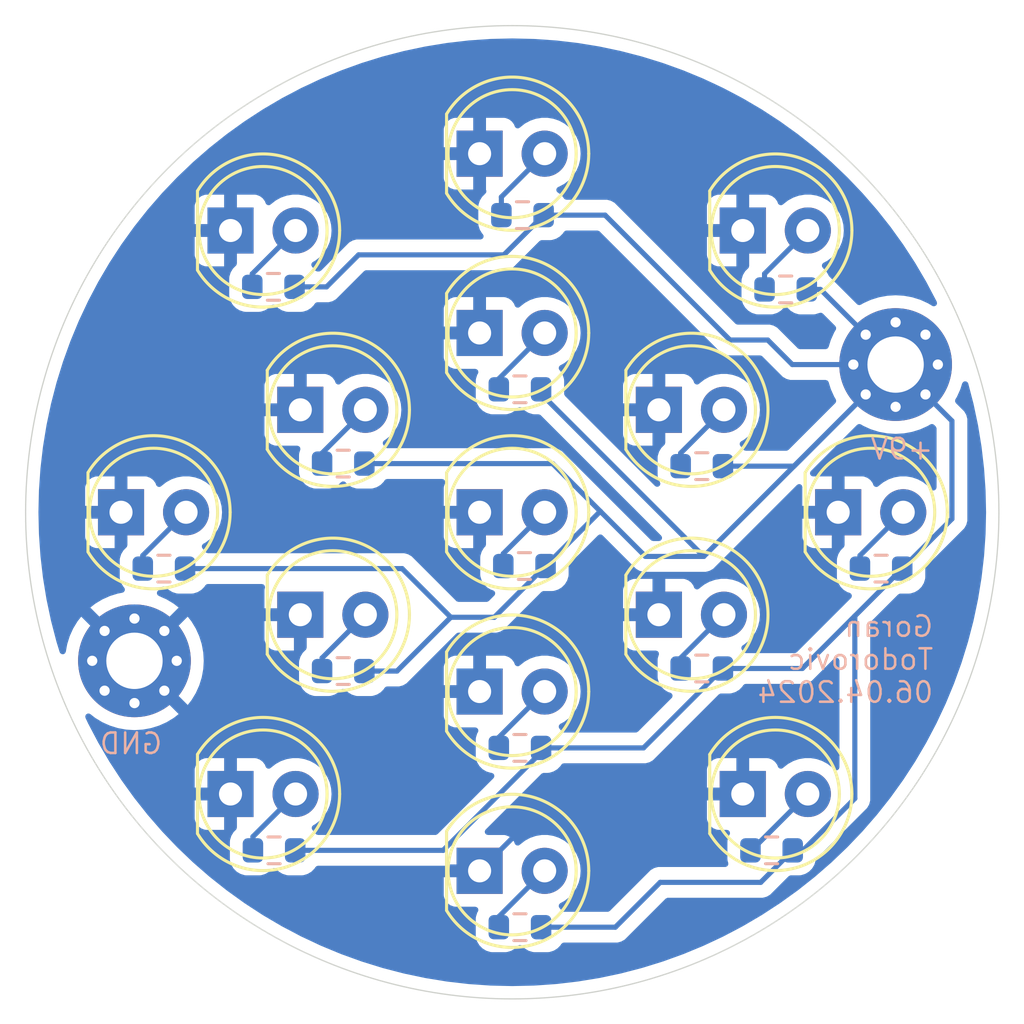
<source format=kicad_pcb>
(kicad_pcb (version 20240108) (generator "pcbnew") (generator_version "8.0")
  (layers (0 "F.Cu" signal) (31 "B.Cu" signal) (34 "B.Paste" user) (35 "F.Paste" user) (36 "B.SilkS" user "B.Silkscreen") (37 "F.SilkS" user "F.Silkscreen") (38 "B.Mask" user) (39 "F.Mask" user) (44 "Edge.Cuts" user))
  (net 0 "")
  (net 1 "GND")
  (net 2 "Net-(D1-A)")
  (net 3 "Net-(D2-A)")
  (net 4 "Net-(D3-A)")
  (net 5 "Net-(D4-A)")
  (net 6 "Net-(D5-A)")
  (net 7 "Net-(D6-A)")
  (net 8 "Net-(D7-A)")
  (net 9 "Net-(D8-A)")
  (net 10 "Net-(D9-A)")
  (net 11 "Net-(D10-A)")
  (net 12 "Net-(D11-A)")
  (net 13 "Net-(D12-A)")
  (net 14 "Net-(D13-A)")
  (net 15 "Net-(D14-A)")
  (net 16 "Net-(D15-A)")
  (net 17 "+9V")
  (footprint "LED_THT:LED_D5.0mm_Clear" (layer "F.Cu") (at 162.725 100)
    (property "Reference" "D13" (hide yes))
    (property "Value" "LED" (hide yes))
    (fp_line (start -1.29 -1.545) (end -1.29 1.545) (stroke (width 0.12)) (layer "F.SilkS"))
    (fp_arc (start -1.29 -1.54483) (mid 2.072002 -2.880433) (end 4.26 0.000462) (stroke (width 0.12)) (layer "F.SilkS"))
    (fp_arc (start 4.26 -0.000462) (mid 2.072002 2.880433) (end -1.29 1.54483) (stroke (width 0.12)) (layer "F.SilkS"))
    (fp_circle (center 1.27 0) (end 3.77 0) (stroke (width 0.12)) (fill none) (layer "F.SilkS"))
    (pad "1" thru_hole rect (at 0 0) (size 1.8 1.8) (drill 0.9) (layers "*.Cu" "*.Mask") (net 1 "GND"))
    (pad "2" thru_hole circle (at 2.54 0) (size 1.8 1.8) (drill 0.9) (layers "*.Cu" "*.Mask") (net 14 "Net-(D13-A)"))
  )
  (footprint "LED_THT:LED_D5.0mm_Clear" (layer "F.Cu") (at 134.725 100)
    (property "Reference" "D12" (hide yes))
    (property "Value" "LED" (hide yes))
    (fp_line (start -1.29 -1.545) (end -1.29 1.545) (stroke (width 0.12)) (layer "F.SilkS"))
    (fp_arc (start -1.29 -1.54483) (mid 2.072002 -2.880433) (end 4.26 0.000462) (stroke (width 0.12)) (layer "F.SilkS"))
    (fp_arc (start 4.26 -0.000462) (mid 2.072002 2.880433) (end -1.29 1.54483) (stroke (width 0.12)) (layer "F.SilkS"))
    (fp_circle (center 1.27 0) (end 3.77 0) (stroke (width 0.12)) (fill none) (layer "F.SilkS"))
    (pad "1" thru_hole rect (at 0 0) (size 1.8 1.8) (drill 0.9) (layers "*.Cu" "*.Mask") (net 1 "GND"))
    (pad "2" thru_hole circle (at 2.54 0) (size 1.8 1.8) (drill 0.9) (layers "*.Cu" "*.Mask") (net 13 "Net-(D12-A)"))
  )
  (footprint "LED_THT:LED_D5.0mm_Clear" (layer "F.Cu") (at 155.725 104)
    (property "Reference" "D9" (hide yes))
    (property "Value" "LED" (hide yes))
    (fp_line (start -1.29 -1.545) (end -1.29 1.545) (stroke (width 0.12)) (layer "F.SilkS"))
    (fp_arc (start -1.29 -1.54483) (mid 2.072002 -2.880433) (end 4.26 0.000462) (stroke (width 0.12)) (layer "F.SilkS"))
    (fp_arc (start 4.26 -0.000462) (mid 2.072002 2.880433) (end -1.29 1.54483) (stroke (width 0.12)) (layer "F.SilkS"))
    (fp_circle (center 1.27 0) (end 3.77 0) (stroke (width 0.12)) (fill none) (layer "F.SilkS"))
    (pad "1" thru_hole rect (at 0 0) (size 1.8 1.8) (drill 0.9) (layers "*.Cu" "*.Mask") (net 1 "GND"))
    (pad "2" thru_hole circle (at 2.54 0) (size 1.8 1.8) (drill 0.9) (layers "*.Cu" "*.Mask") (net 10 "Net-(D9-A)"))
  )
  (footprint "LED_THT:LED_D5.0mm_Clear" (layer "F.Cu") (at 139 111)
    (property "Reference" "D14" (hide yes))
    (property "Value" "LED" (hide yes))
    (fp_line (start -1.29 -1.545) (end -1.29 1.545) (stroke (width 0.12)) (layer "F.SilkS"))
    (fp_arc (start -1.29 -1.54483) (mid 2.072002 -2.880433) (end 4.26 0.000462) (stroke (width 0.12)) (layer "F.SilkS"))
    (fp_arc (start 4.26 -0.000462) (mid 2.072002 2.880433) (end -1.29 1.54483) (stroke (width 0.12)) (layer "F.SilkS"))
    (fp_circle (center 1.27 0) (end 3.77 0) (stroke (width 0.12)) (fill none) (layer "F.SilkS"))
    (pad "1" thru_hole rect (at 0 0) (size 1.8 1.8) (drill 0.9) (layers "*.Cu" "*.Mask") (net 1 "GND"))
    (pad "2" thru_hole circle (at 2.54 0) (size 1.8 1.8) (drill 0.9) (layers "*.Cu" "*.Mask") (net 15 "Net-(D14-A)"))
  )
  (footprint "LED_THT:LED_D5.0mm_Clear" (layer "F.Cu") (at 148.725 100)
    (property "Reference" "D1" (hide yes))
    (property "Value" "LED" (hide yes))
    (fp_line (start -1.29 -1.545) (end -1.29 1.545) (stroke (width 0.12)) (layer "F.SilkS"))
    (fp_arc (start -1.29 -1.54483) (mid 2.072002 -2.880433) (end 4.26 0.000462) (stroke (width 0.12)) (layer "F.SilkS"))
    (fp_arc (start 4.26 -0.000462) (mid 2.072002 2.880433) (end -1.29 1.54483) (stroke (width 0.12)) (layer "F.SilkS"))
    (fp_circle (center 1.27 0) (end 3.77 0) (stroke (width 0.12)) (fill none) (layer "F.SilkS"))
    (pad "1" thru_hole rect (at 0 0) (size 1.8 1.8) (drill 0.9) (layers "*.Cu" "*.Mask") (net 1 "GND"))
    (pad "2" thru_hole circle (at 2.54 0) (size 1.8 1.8) (drill 0.9) (layers "*.Cu" "*.Mask") (net 2 "Net-(D1-A)"))
  )
  (footprint "LED_THT:LED_D5.0mm_Clear" (layer "F.Cu") (at 139 89)
    (property "Reference" "D10" (hide yes))
    (property "Value" "LED" (hide yes))
    (fp_line (start -1.29 -1.545) (end -1.29 1.545) (stroke (width 0.12)) (layer "F.SilkS"))
    (fp_arc (start -1.29 -1.54483) (mid 2.072002 -2.880433) (end 4.26 0.000462) (stroke (width 0.12)) (layer "F.SilkS"))
    (fp_arc (start 4.26 -0.000462) (mid 2.072002 2.880433) (end -1.29 1.54483) (stroke (width 0.12)) (layer "F.SilkS"))
    (fp_circle (center 1.27 0) (end 3.77 0) (stroke (width 0.12)) (fill none) (layer "F.SilkS"))
    (pad "1" thru_hole rect (at 0 0) (size 1.8 1.8) (drill 0.9) (layers "*.Cu" "*.Mask") (net 1 "GND"))
    (pad "2" thru_hole circle (at 2.54 0) (size 1.8 1.8) (drill 0.9) (layers "*.Cu" "*.Mask") (net 11 "Net-(D10-A)"))
  )
  (footprint "LED_THT:LED_D5.0mm_Clear" (layer "F.Cu") (at 148.725 93)
    (property "Reference" "D2" (hide yes))
    (property "Value" "LED" (hide yes))
    (fp_line (start -1.29 -1.545) (end -1.29 1.545) (stroke (width 0.12)) (layer "F.SilkS"))
    (fp_arc (start -1.29 -1.54483) (mid 2.072002 -2.880433) (end 4.26 0.000462) (stroke (width 0.12)) (layer "F.SilkS"))
    (fp_arc (start 4.26 -0.000462) (mid 2.072002 2.880433) (end -1.29 1.54483) (stroke (width 0.12)) (layer "F.SilkS"))
    (fp_circle (center 1.27 0) (end 3.77 0) (stroke (width 0.12)) (fill none) (layer "F.SilkS"))
    (pad "1" thru_hole rect (at 0 0) (size 1.8 1.8) (drill 0.9) (layers "*.Cu" "*.Mask") (net 1 "GND"))
    (pad "2" thru_hole circle (at 2.54 0) (size 1.8 1.8) (drill 0.9) (layers "*.Cu" "*.Mask") (net 3 "Net-(D2-A)"))
  )
  (footprint "MountingHole:MountingHole_2.2mm_M2_Pad_Via" (layer "F.Cu") (at 164.966726 94.233274)
    (property "Reference" "H1")
    (property "Value" "MountingHole_Pad" (hide yes))
    (pad "1" thru_hole circle (at -1.65 0) (size 0.7 0.7) (drill 0.4) (layers "*.Cu" "*.Mask") (net 17 "+9V"))
    (pad "1" thru_hole circle (at -1.166726 -1.166726) (size 0.7 0.7) (drill 0.4) (layers "*.Cu" "*.Mask") (net 17 "+9V"))
    (pad "1" thru_hole circle (at -1.166726 1.166726) (size 0.7 0.7) (drill 0.4) (layers "*.Cu" "*.Mask") (net 17 "+9V"))
    (pad "1" thru_hole circle (at 0 -1.65) (size 0.7 0.7) (drill 0.4) (layers "*.Cu" "*.Mask") (net 17 "+9V"))
    (pad "1" thru_hole circle (at 0 0) (size 4.4 4.4) (drill 2.2) (layers "*.Cu" "*.Mask") (net 17 "+9V"))
    (pad "1" thru_hole circle (at 0 1.65) (size 0.7 0.7) (drill 0.4) (layers "*.Cu" "*.Mask") (net 17 "+9V"))
    (pad "1" thru_hole circle (at 1.166726 -1.166726) (size 0.7 0.7) (drill 0.4) (layers "*.Cu" "*.Mask") (net 17 "+9V"))
    (pad "1" thru_hole circle (at 1.166726 1.166726) (size 0.7 0.7) (drill 0.4) (layers "*.Cu" "*.Mask") (net 17 "+9V"))
    (pad "1" thru_hole circle (at 1.65 0) (size 0.7 0.7) (drill 0.4) (layers "*.Cu" "*.Mask") (net 17 "+9V"))
  )
  (footprint "LED_THT:LED_D5.0mm_Clear" (layer "F.Cu") (at 159 111)
    (property "Reference" "D15" (hide yes))
    (property "Value" "LED" (hide yes))
    (fp_line (start -1.29 -1.545) (end -1.29 1.545) (stroke (width 0.12)) (layer "F.SilkS"))
    (fp_arc (start -1.29 -1.54483) (mid 2.072002 -2.880433) (end 4.26 0.000462) (stroke (width 0.12)) (layer "F.SilkS"))
    (fp_arc (start 4.26 -0.000462) (mid 2.072002 2.880433) (end -1.29 1.54483) (stroke (width 0.12)) (layer "F.SilkS"))
    (fp_circle (center 1.27 0) (end 3.77 0) (stroke (width 0.12)) (fill none) (layer "F.SilkS"))
    (pad "1" thru_hole rect (at 0 0) (size 1.8 1.8) (drill 0.9) (layers "*.Cu" "*.Mask") (net 1 "GND"))
    (pad "2" thru_hole circle (at 2.54 0) (size 1.8 1.8) (drill 0.9) (layers "*.Cu" "*.Mask") (net 16 "Net-(D15-A)"))
  )
  (footprint "LED_THT:LED_D5.0mm_Clear" (layer "F.Cu") (at 148.725 107)
    (property "Reference" "D4" (hide yes))
    (property "Value" "LED" (hide yes))
    (fp_line (start -1.29 -1.545) (end -1.29 1.545) (stroke (width 0.12)) (layer "F.SilkS"))
    (fp_arc (start -1.29 -1.54483) (mid 2.072002 -2.880433) (end 4.26 0.000462) (stroke (width 0.12)) (layer "F.SilkS"))
    (fp_arc (start 4.26 -0.000462) (mid 2.072002 2.880433) (end -1.29 1.54483) (stroke (width 0.12)) (layer "F.SilkS"))
    (fp_circle (center 1.27 0) (end 3.77 0) (stroke (width 0.12)) (fill none) (layer "F.SilkS"))
    (pad "1" thru_hole rect (at 0 0) (size 1.8 1.8) (drill 0.9) (layers "*.Cu" "*.Mask") (net 1 "GND"))
    (pad "2" thru_hole circle (at 2.54 0) (size 1.8 1.8) (drill 0.9) (layers "*.Cu" "*.Mask") (net 5 "Net-(D4-A)"))
  )
  (footprint "LED_THT:LED_D5.0mm_Clear" (layer "F.Cu") (at 148.725 86)
    (property "Reference" "D3" (hide yes))
    (property "Value" "LED" (hide yes))
    (fp_line (start -1.29 -1.545) (end -1.29 1.545) (stroke (width 0.12)) (layer "F.SilkS"))
    (fp_arc (start -1.29 -1.54483) (mid 2.072002 -2.880433) (end 4.26 0.000462) (stroke (width 0.12)) (layer "F.SilkS"))
    (fp_arc (start 4.26 -0.000462) (mid 2.072002 2.880433) (end -1.29 1.54483) (stroke (width 0.12)) (layer "F.SilkS"))
    (fp_circle (center 1.27 0) (end 3.77 0) (stroke (width 0.12)) (fill none) (layer "F.SilkS"))
    (pad "1" thru_hole rect (at 0 0) (size 1.8 1.8) (drill 0.9) (layers "*.Cu" "*.Mask") (net 1 "GND"))
    (pad "2" thru_hole circle (at 2.54 0) (size 1.8 1.8) (drill 0.9) (layers "*.Cu" "*.Mask") (net 4 "Net-(D3-A)"))
  )
  (footprint "LED_THT:LED_D5.0mm_Clear" (layer "F.Cu") (at 155.725 96)
    (property "Reference" "D7" (hide yes))
    (property "Value" "LED" (hide yes))
    (fp_line (start -1.29 -1.545) (end -1.29 1.545) (stroke (width 0.12)) (layer "F.SilkS"))
    (fp_arc (start -1.29 -1.54483) (mid 2.072002 -2.880433) (end 4.26 0.000462) (stroke (width 0.12)) (layer "F.SilkS"))
    (fp_arc (start 4.26 -0.000462) (mid 2.072002 2.880433) (end -1.29 1.54483) (stroke (width 0.12)) (layer "F.SilkS"))
    (fp_circle (center 1.27 0) (end 3.77 0) (stroke (width 0.12)) (fill none) (layer "F.SilkS"))
    (pad "1" thru_hole rect (at 0 0) (size 1.8 1.8) (drill 0.9) (layers "*.Cu" "*.Mask") (net 1 "GND"))
    (pad "2" thru_hole circle (at 2.54 0) (size 1.8 1.8) (drill 0.9) (layers "*.Cu" "*.Mask") (net 8 "Net-(D7-A)"))
  )
  (footprint "LED_THT:LED_D5.0mm_Clear" (layer "F.Cu") (at 148.725 114)
    (property "Reference" "D5" (hide yes))
    (property "Value" "LED" (hide yes))
    (fp_line (start -1.29 -1.545) (end -1.29 1.545) (stroke (width 0.12)) (layer "F.SilkS"))
    (fp_arc (start -1.29 -1.54483) (mid 2.072002 -2.880433) (end 4.26 0.000462) (stroke (width 0.12)) (layer "F.SilkS"))
    (fp_arc (start 4.26 -0.000462) (mid 2.072002 2.880433) (end -1.29 1.54483) (stroke (width 0.12)) (layer "F.SilkS"))
    (fp_circle (center 1.27 0) (end 3.77 0) (stroke (width 0.12)) (fill none) (layer "F.SilkS"))
    (pad "1" thru_hole rect (at 0 0) (size 1.8 1.8) (drill 0.9) (layers "*.Cu" "*.Mask") (net 1 "GND"))
    (pad "2" thru_hole circle (at 2.54 0) (size 1.8 1.8) (drill 0.9) (layers "*.Cu" "*.Mask") (net 6 "Net-(D5-A)"))
  )
  (footprint "LED_THT:LED_D5.0mm_Clear" (layer "F.Cu") (at 141.725 96)
    (property "Reference" "D6" (hide yes))
    (property "Value" "LED" (hide yes))
    (fp_line (start -1.29 -1.545) (end -1.29 1.545) (stroke (width 0.12)) (layer "F.SilkS"))
    (fp_arc (start -1.29 -1.54483) (mid 2.072002 -2.880433) (end 4.26 0.000462) (stroke (width 0.12)) (layer "F.SilkS"))
    (fp_arc (start 4.26 -0.000462) (mid 2.072002 2.880433) (end -1.29 1.54483) (stroke (width 0.12)) (layer "F.SilkS"))
    (fp_circle (center 1.27 0) (end 3.77 0) (stroke (width 0.12)) (fill none) (layer "F.SilkS"))
    (pad "1" thru_hole rect (at 0 0) (size 1.8 1.8) (drill 0.9) (layers "*.Cu" "*.Mask") (net 1 "GND"))
    (pad "2" thru_hole circle (at 2.54 0) (size 1.8 1.8) (drill 0.9) (layers "*.Cu" "*.Mask") (net 7 "Net-(D6-A)"))
  )
  (footprint "LED_THT:LED_D5.0mm_Clear" (layer "F.Cu") (at 159 89)
    (property "Reference" "D11" (hide yes))
    (property "Value" "LED" (hide yes))
    (fp_line (start -1.29 -1.545) (end -1.29 1.545) (stroke (width 0.12)) (layer "F.SilkS"))
    (fp_arc (start -1.29 -1.54483) (mid 2.072002 -2.880433) (end 4.26 0.000462) (stroke (width 0.12)) (layer "F.SilkS"))
    (fp_arc (start 4.26 -0.000462) (mid 2.072002 2.880433) (end -1.29 1.54483) (stroke (width 0.12)) (layer "F.SilkS"))
    (fp_circle (center 1.27 0) (end 3.77 0) (stroke (width 0.12)) (fill none) (layer "F.SilkS"))
    (pad "1" thru_hole rect (at 0 0) (size 1.8 1.8) (drill 0.9) (layers "*.Cu" "*.Mask") (net 1 "GND"))
    (pad "2" thru_hole circle (at 2.54 0) (size 1.8 1.8) (drill 0.9) (layers "*.Cu" "*.Mask") (net 12 "Net-(D11-A)"))
  )
  (footprint "LED_THT:LED_D5.0mm_Clear" (layer "F.Cu") (at 141.725 104)
    (property "Reference" "D8" (hide yes))
    (property "Value" "LED" (hide yes))
    (fp_line (start -1.29 -1.545) (end -1.29 1.545) (stroke (width 0.12)) (layer "F.SilkS"))
    (fp_arc (start -1.29 -1.54483) (mid 2.072002 -2.880433) (end 4.26 0.000462) (stroke (width 0.12)) (layer "F.SilkS"))
    (fp_arc (start 4.26 -0.000462) (mid 2.072002 2.880433) (end -1.29 1.54483) (stroke (width 0.12)) (layer "F.SilkS"))
    (fp_circle (center 1.27 0) (end 3.77 0) (stroke (width 0.12)) (fill none) (layer "F.SilkS"))
    (pad "1" thru_hole rect (at 0 0) (size 1.8 1.8) (drill 0.9) (layers "*.Cu" "*.Mask") (net 1 "GND"))
    (pad "2" thru_hole circle (at 2.54 0) (size 1.8 1.8) (drill 0.9) (layers "*.Cu" "*.Mask") (net 9 "Net-(D8-A)"))
  )
  (footprint "MountingHole:MountingHole_2.2mm_M2_Pad_Via" (layer "F.Cu") (at 135.25 105.8)
    (property "Reference" "H2")
    (property "Value" "MountingHole_Pad" (hide yes))
    (pad "1" thru_hole circle (at -1.65 0) (size 0.7 0.7) (drill 0.4) (layers "*.Cu" "*.Mask") (net 1 "GND"))
    (pad "1" thru_hole circle (at -1.166726 -1.166726) (size 0.7 0.7) (drill 0.4) (layers "*.Cu" "*.Mask") (net 1 "GND"))
    (pad "1" thru_hole circle (at -1.166726 1.166726) (size 0.7 0.7) (drill 0.4) (layers "*.Cu" "*.Mask") (net 1 "GND"))
    (pad "1" thru_hole circle (at 0 -1.65) (size 0.7 0.7) (drill 0.4) (layers "*.Cu" "*.Mask") (net 1 "GND"))
    (pad "1" thru_hole circle (at 0 0) (size 4.4 4.4) (drill 2.2) (layers "*.Cu" "*.Mask") (net 1 "GND"))
    (pad "1" thru_hole circle (at 0 1.65) (size 0.7 0.7) (drill 0.4) (layers "*.Cu" "*.Mask") (net 1 "GND"))
    (pad "1" thru_hole circle (at 1.166726 -1.166726) (size 0.7 0.7) (drill 0.4) (layers "*.Cu" "*.Mask") (net 1 "GND"))
    (pad "1" thru_hole circle (at 1.166726 1.166726) (size 0.7 0.7) (drill 0.4) (layers "*.Cu" "*.Mask") (net 1 "GND"))
    (pad "1" thru_hole circle (at 1.65 0) (size 0.7 0.7) (drill 0.4) (layers "*.Cu" "*.Mask") (net 1 "GND"))
  )
  (footprint "Resistor_SMD:R_0603_1608Metric" (layer "B.Cu") (at 150.4 88.4 180)
    (property "Reference" "R3" (hide yes))
    (property "Value" "1k5" (hide yes))
    (fp_line (start 0.237258 0.5225) (end -0.237258 0.5225) (stroke (width 0.12)) (layer "B.SilkS"))
    (fp_line (start 0.237258 -0.5225) (end -0.237258 -0.5225) (stroke (width 0.12)) (layer "B.SilkS"))
    (pad "1" smd roundrect (at -0.825 0 180) (size 0.8 0.95) (layers "B.Cu" "B.Paste" "B.Mask") (net 17 "+9V"))
    (pad "2" smd roundrect (at 0.825 0 180) (size 0.8 0.95) (layers "B.Cu" "B.Paste" "B.Mask") (net 4 "Net-(D3-A)"))
  )
  (footprint "Resistor_SMD:R_0603_1608Metric" (layer "B.Cu") (at 140.7 113.2 180)
    (property "Reference" "R14" (hide yes))
    (property "Value" "1k5" (hide yes))
    (fp_line (start 0.237258 0.5225) (end -0.237258 0.5225) (stroke (width 0.12)) (layer "B.SilkS"))
    (fp_line (start 0.237258 -0.5225) (end -0.237258 -0.5225) (stroke (width 0.12)) (layer "B.SilkS"))
    (pad "1" smd roundrect (at -0.825 0 180) (size 0.8 0.95) (layers "B.Cu" "B.Paste" "B.Mask") (net 17 "+9V"))
    (pad "2" smd roundrect (at 0.825 0 180) (size 0.8 0.95) (layers "B.Cu" "B.Paste" "B.Mask") (net 15 "Net-(D14-A)"))
  )
  (footprint "Resistor_SMD:R_0603_1608Metric" (layer "B.Cu") (at 143.4 106.2 180)
    (property "Reference" "R8" (hide yes))
    (property "Value" "1k5" (hide yes))
    (fp_line (start 0.237258 0.5225) (end -0.237258 0.5225) (stroke (width 0.12)) (layer "B.SilkS"))
    (fp_line (start 0.237258 -0.5225) (end -0.237258 -0.5225) (stroke (width 0.12)) (layer "B.SilkS"))
    (pad "1" smd roundrect (at -0.825 0 180) (size 0.8 0.95) (layers "B.Cu" "B.Paste" "B.Mask") (net 17 "+9V"))
    (pad "2" smd roundrect (at 0.825 0 180) (size 0.8 0.95) (layers "B.Cu" "B.Paste" "B.Mask") (net 9 "Net-(D8-A)"))
  )
  (footprint "Resistor_SMD:R_0603_1608Metric" (layer "B.Cu") (at 140.675 91.2 180)
    (property "Reference" "R10" (hide yes))
    (property "Value" "1k5" (hide yes))
    (fp_line (start 0.237258 0.5225) (end -0.237258 0.5225) (stroke (width 0.12)) (layer "B.SilkS"))
    (fp_line (start 0.237258 -0.5225) (end -0.237258 -0.5225) (stroke (width 0.12)) (layer "B.SilkS"))
    (pad "1" smd roundrect (at -0.825 0 180) (size 0.8 0.95) (layers "B.Cu" "B.Paste" "B.Mask") (net 17 "+9V"))
    (pad "2" smd roundrect (at 0.825 0 180) (size 0.8 0.95) (layers "B.Cu" "B.Paste" "B.Mask") (net 11 "Net-(D10-A)"))
  )
  (footprint "Resistor_SMD:R_0603_1608Metric" (layer "B.Cu") (at 143.4 98.1 180)
    (property "Reference" "R6" (hide yes))
    (property "Value" "1k5" (hide yes))
    (fp_line (start 0.237258 0.5225) (end -0.237258 0.5225) (stroke (width 0.12)) (layer "B.SilkS"))
    (fp_line (start 0.237258 -0.5225) (end -0.237258 -0.5225) (stroke (width 0.12)) (layer "B.SilkS"))
    (pad "1" smd roundrect (at -0.825 0 180) (size 0.8 0.95) (layers "B.Cu" "B.Paste" "B.Mask") (net 17 "+9V"))
    (pad "2" smd roundrect (at 0.825 0 180) (size 0.8 0.95) (layers "B.Cu" "B.Paste" "B.Mask") (net 7 "Net-(D6-A)"))
  )
  (footprint "Resistor_SMD:R_0603_1608Metric" (layer "B.Cu") (at 150.475 102.1 180)
    (property "Reference" "R1" (hide yes))
    (property "Value" "1k5" (hide yes))
    (fp_line (start 0.237258 0.5225) (end -0.237258 0.5225) (stroke (width 0.12)) (layer "B.SilkS"))
    (fp_line (start 0.237258 -0.5225) (end -0.237258 -0.5225) (stroke (width 0.12)) (layer "B.SilkS"))
    (pad "1" smd roundrect (at -0.825 0 180) (size 0.8 0.95) (layers "B.Cu" "B.Paste" "B.Mask") (net 17 "+9V"))
    (pad "2" smd roundrect (at 0.825 0 180) (size 0.8 0.95) (layers "B.Cu" "B.Paste" "B.Mask") (net 2 "Net-(D1-A)"))
  )
  (footprint "Resistor_SMD:R_0603_1608Metric" (layer "B.Cu") (at 157.4 98.2 180)
    (property "Reference" "R7" (hide yes))
    (property "Value" "1k5" (hide yes))
    (fp_line (start 0.237258 0.5225) (end -0.237258 0.5225) (stroke (width 0.12)) (layer "B.SilkS"))
    (fp_line (start 0.237258 -0.5225) (end -0.237258 -0.5225) (stroke (width 0.12)) (layer "B.SilkS"))
    (pad "1" smd roundrect (at -0.825 0 180) (size 0.8 0.95) (layers "B.Cu" "B.Paste" "B.Mask") (net 17 "+9V"))
    (pad "2" smd roundrect (at 0.825 0 180) (size 0.8 0.95) (layers "B.Cu" "B.Paste" "B.Mask") (net 8 "Net-(D7-A)"))
  )
  (footprint "Resistor_SMD:R_0603_1608Metric" (layer "B.Cu") (at 160.125 113.2 180)
    (property "Reference" "R15" (hide yes))
    (property "Value" "1k5" (hide yes))
    (fp_line (start 0.237258 0.5225) (end -0.237258 0.5225) (stroke (width 0.12)) (layer "B.SilkS"))
    (fp_line (start 0.237258 -0.5225) (end -0.237258 -0.5225) (stroke (width 0.12)) (layer "B.SilkS"))
    (pad "1" smd roundrect (at -0.825 0 180) (size 0.8 0.95) (layers "B.Cu" "B.Paste" "B.Mask") (net 17 "+9V"))
    (pad "2" smd roundrect (at 0.825 0 180) (size 0.8 0.95) (layers "B.Cu" "B.Paste" "B.Mask") (net 16 "Net-(D15-A)"))
  )
  (footprint "Resistor_SMD:R_0603_1608Metric" (layer "B.Cu") (at 150.3 95.2 180)
    (property "Reference" "R2" (hide yes))
    (property "Value" "1k5" (hide yes))
    (fp_line (start 0.237258 0.5225) (end -0.237258 0.5225) (stroke (width 0.12)) (layer "B.SilkS"))
    (fp_line (start 0.237258 -0.5225) (end -0.237258 -0.5225) (stroke (width 0.12)) (layer "B.SilkS"))
    (pad "1" smd roundrect (at -0.825 0 180) (size 0.8 0.95) (layers "B.Cu" "B.Paste" "B.Mask") (net 17 "+9V"))
    (pad "2" smd roundrect (at 0.825 0 180) (size 0.8 0.95) (layers "B.Cu" "B.Paste" "B.Mask") (net 3 "Net-(D2-A)"))
  )
  (footprint "Resistor_SMD:R_0603_1608Metric" (layer "B.Cu") (at 157.4 106.1 180)
    (property "Reference" "R9" (hide yes))
    (property "Value" "1k5" (hide yes))
    (fp_line (start 0.237258 0.5225) (end -0.237258 0.5225) (stroke (width 0.12)) (layer "B.SilkS"))
    (fp_line (start 0.237258 -0.5225) (end -0.237258 -0.5225) (stroke (width 0.12)) (layer "B.SilkS"))
    (pad "1" smd roundrect (at -0.825 0 180) (size 0.8 0.95) (layers "B.Cu" "B.Paste" "B.Mask") (net 17 "+9V"))
    (pad "2" smd roundrect (at 0.825 0 180) (size 0.8 0.95) (layers "B.Cu" "B.Paste" "B.Mask") (net 10 "Net-(D9-A)"))
  )
  (footprint "Resistor_SMD:R_0603_1608Metric" (layer "B.Cu") (at 164.4 102.2 180)
    (property "Reference" "R13" (hide yes))
    (property "Value" "1k5" (hide yes))
    (fp_line (start 0.237258 0.5225) (end -0.237258 0.5225) (stroke (width 0.12)) (layer "B.SilkS"))
    (fp_line (start 0.237258 -0.5225) (end -0.237258 -0.5225) (stroke (width 0.12)) (layer "B.SilkS"))
    (pad "1" smd roundrect (at -0.825 0 180) (size 0.8 0.95) (layers "B.Cu" "B.Paste" "B.Mask") (net 17 "+9V"))
    (pad "2" smd roundrect (at 0.825 0 180) (size 0.8 0.95) (layers "B.Cu" "B.Paste" "B.Mask") (net 14 "Net-(D13-A)"))
  )
  (footprint "Resistor_SMD:R_0603_1608Metric" (layer "B.Cu") (at 160.675 91.3 180)
    (property "Reference" "R11" (hide yes))
    (property "Value" "1k5" (hide yes))
    (fp_line (start 0.237258 0.5225) (end -0.237258 0.5225) (stroke (width 0.12)) (layer "B.SilkS"))
    (fp_line (start 0.237258 -0.5225) (end -0.237258 -0.5225) (stroke (width 0.12)) (layer "B.SilkS"))
    (pad "1" smd roundrect (at -0.825 0 180) (size 0.8 0.95) (layers "B.Cu" "B.Paste" "B.Mask") (net 17 "+9V"))
    (pad "2" smd roundrect (at 0.825 0 180) (size 0.8 0.95) (layers "B.Cu" "B.Paste" "B.Mask") (net 12 "Net-(D11-A)"))
  )
  (footprint "Resistor_SMD:R_0603_1608Metric" (layer "B.Cu") (at 150.3 109.2 180)
    (property "Reference" "R4" (hide yes))
    (property "Value" "1k5" (hide yes))
    (fp_line (start 0.237258 0.5225) (end -0.237258 0.5225) (stroke (width 0.12)) (layer "B.SilkS"))
    (fp_line (start 0.237258 -0.5225) (end -0.237258 -0.5225) (stroke (width 0.12)) (layer "B.SilkS"))
    (pad "1" smd roundrect (at -0.825 0 180) (size 0.8 0.95) (layers "B.Cu" "B.Paste" "B.Mask") (net 17 "+9V"))
    (pad "2" smd roundrect (at 0.825 0 180) (size 0.8 0.95) (layers "B.Cu" "B.Paste" "B.Mask") (net 5 "Net-(D4-A)"))
  )
  (footprint "Resistor_SMD:R_0603_1608Metric" (layer "B.Cu") (at 150.3 116.2 180)
    (property "Reference" "R5" (hide yes))
    (property "Value" "1k5" (hide yes))
    (fp_line (start 0.237258 0.5225) (end -0.237258 0.5225) (stroke (width 0.12)) (layer "B.SilkS"))
    (fp_line (start 0.237258 -0.5225) (end -0.237258 -0.5225) (stroke (width 0.12)) (layer "B.SilkS"))
    (pad "1" smd roundrect (at -0.825 0 180) (size 0.8 0.95) (layers "B.Cu" "B.Paste" "B.Mask") (net 17 "+9V"))
    (pad "2" smd roundrect (at 0.825 0 180) (size 0.8 0.95) (layers "B.Cu" "B.Paste" "B.Mask") (net 6 "Net-(D5-A)"))
  )
  (footprint "Resistor_SMD:R_0603_1608Metric" (layer "B.Cu") (at 136.4 102.2 180)
    (property "Reference" "R12" (hide yes))
    (property "Value" "1k5" (hide yes))
    (fp_line (start 0.237258 0.5225) (end -0.237258 0.5225) (stroke (width 0.12)) (layer "B.SilkS"))
    (fp_line (start 0.237258 -0.5225) (end -0.237258 -0.5225) (stroke (width 0.12)) (layer "B.SilkS"))
    (pad "1" smd roundrect (at -0.825 0 180) (size 0.8 0.95) (layers "B.Cu" "B.Paste" "B.Mask") (net 17 "+9V"))
    (pad "2" smd roundrect (at 0.825 0 180) (size 0.8 0.95) (layers "B.Cu" "B.Paste" "B.Mask") (net 13 "Net-(D12-A)"))
  )
  (gr_circle (center 150 100) (end 150 119) (stroke (width 0.05)) (fill none) (layer "Edge.Cuts"))
  (gr_text "Goran\nTodorovic\n06.04.2024" (at 166.5 107.5 0) (layer "B.SilkS") (effects (font (size 0.8 0.8) (thickness 0.1)) (justify left bottom mirror)))
  (gr_text "+9V" (at 166.5 98 0) (layer "B.SilkS") (effects (font (size 0.8 0.8) (thickness 0.1)) (justify left bottom mirror)))
  (gr_text "GND" (at 136.4 109.5 0) (layer "B.SilkS") (effects (font (size 0.8 0.8) (thickness 0.1)) (justify left bottom mirror)))
  (segment (start 148.725 114) (end 151.725 111) (width 0.2) (layer "B.Cu") (net 1))
  (segment (start 151.725 111) (end 159 111) (width 0.2) (layer "B.Cu") (net 1))
  (segment (start 149.65 101.615) (end 151.265 100) (width 0.2) (layer "B.Cu") (net 2))
  (segment (start 149.65 102.1) (end 149.65 101.615) (width 0.2) (layer "B.Cu") (net 2))
  (segment (start 149.475 94.79) (end 151.265 93) (width 0.2) (layer "B.Cu") (net 3))
  (segment (start 149.475 95.2) (end 149.475 94.79) (width 0.2) (layer "B.Cu") (net 3))
  (segment (start 149.575 88.4) (end 149.575 87.69) (width 0.2) (layer "B.Cu") (net 4))
  (segment (start 149.575 87.69) (end 151.265 86) (width 0.2) (layer "B.Cu") (net 4))
  (segment (start 149.475 109.2) (end 149.475 108.79) (width 0.2) (layer "B.Cu") (net 5))
  (segment (start 149.475 108.79) (end 151.265 107) (width 0.2) (layer "B.Cu") (net 5))
  (segment (start 149.475 115.79) (end 151.265 114) (width 0.2) (layer "B.Cu") (net 6))
  (segment (start 149.475 116.2) (end 149.475 115.79) (width 0.2) (layer "B.Cu") (net 6))
  (segment (start 142.575 97.69) (end 144.265 96) (width 0.2) (layer "B.Cu") (net 7))
  (segment (start 142.575 98.1) (end 142.575 97.69) (width 0.2) (layer "B.Cu") (net 7))
  (segment (start 156.575 98.2) (end 156.575 97.69) (width 0.2) (layer "B.Cu") (net 8))
  (segment (start 156.575 97.69) (end 158.265 96) (width 0.2) (layer "B.Cu") (net 8))
  (segment (start 142.575 105.69) (end 144.265 104) (width 0.2) (layer "B.Cu") (net 9))
  (segment (start 142.575 106.2) (end 142.575 105.69) (width 0.2) (layer "B.Cu") (net 9))
  (segment (start 156.575 105.69) (end 158.265 104) (width 0.2) (layer "B.Cu") (net 10))
  (segment (start 156.575 106.1) (end 156.575 105.69) (width 0.2) (layer "B.Cu") (net 10))
  (segment (start 139.85 91.2) (end 139.85 90.69) (width 0.2) (layer "B.Cu") (net 11))
  (segment (start 139.85 90.69) (end 141.54 89) (width 0.2) (layer "B.Cu") (net 11))
  (segment (start 159.85 90.69) (end 161.54 89) (width 0.2) (layer "B.Cu") (net 12))
  (segment (start 159.85 91.3) (end 159.85 90.69) (width 0.2) (layer "B.Cu") (net 12))
  (segment (start 135.575 101.69) (end 137.265 100) (width 0.2) (layer "B.Cu") (net 13))
  (segment (start 135.575 102.2) (end 135.575 101.69) (width 0.2) (layer "B.Cu") (net 13))
  (segment (start 163.575 101.69) (end 165.265 100) (width 0.2) (layer "B.Cu") (net 14))
  (segment (start 163.575 102.2) (end 163.575 101.69) (width 0.2) (layer "B.Cu") (net 14))
  (segment (start 139.875 113.2) (end 139.875 112.665) (width 0.2) (layer "B.Cu") (net 15))
  (segment (start 139.875 112.665) (end 141.54 111) (width 0.2) (layer "B.Cu") (net 15))
  (segment (start 159.34 113.2) (end 161.54 111) (width 0.2) (layer "B.Cu") (net 16))
  (segment (start 159.3 113.2) (end 159.34 113.2) (width 0.2) (layer "B.Cu") (net 16))
  (segment (start 141.525 113.2) (end 147.3 113.2) (width 0.2) (layer "B.Cu") (net 17))
  (segment (start 161.35 113.2) (end 163.375 111.175) (width 0.2) (layer "B.Cu") (net 17))
  (segment (start 159.975 93.275) (end 160.933274 94.233274) (width 0.2) (layer "B.Cu") (net 17))
  (segment (start 153.4375 99.9625) (end 155.0875 101.6125) (width 0.2) (layer "B.Cu") (net 17))
  (segment (start 155.125 109.2) (end 158.225 106.1) (width 0.2) (layer "B.Cu") (net 17))
  (segment (start 160.95 113.2) (end 161.35 113.2) (width 0.2) (layer "B.Cu") (net 17))
  (segment (start 155.0875 101.6125) (end 155.2 101.725) (width 0.2) (layer "B.Cu") (net 17))
  (segment (start 157.475 101.725) (end 164.966726 94.233274) (width 0.2) (layer "B.Cu") (net 17))
  (segment (start 151.125 109.2) (end 155.125 109.2) (width 0.2) (layer "B.Cu") (net 17))
  (segment (start 147.6 104.1) (end 149.3 104.1) (width 0.2) (layer "B.Cu") (net 17))
  (segment (start 154.025 116.2) (end 151.125 116.2) (width 0.2) (layer "B.Cu") (net 17))
  (segment (start 160.933274 94.233274) (end 164.966726 94.233274) (width 0.2) (layer "B.Cu") (net 17))
  (segment (start 149.675 89.95) (end 151.225 88.4) (width 0.2) (layer "B.Cu") (net 17))
  (segment (start 151.575 98.1) (end 153.4375 99.9625) (width 0.2) (layer "B.Cu") (net 17))
  (segment (start 158.225 106.1) (end 161.325 106.1) (width 0.2) (layer "B.Cu") (net 17))
  (segment (start 137.225 102.2) (end 145.7 102.2) (width 0.2) (layer "B.Cu") (net 17))
  (segment (start 167.166725 96.433273) (end 164.966726 94.233274) (width 0.2) (layer "B.Cu") (net 17))
  (segment (start 144.225 106.2) (end 145.5 106.2) (width 0.2) (layer "B.Cu") (net 17))
  (segment (start 163.375 104.05) (end 165.225 102.2) (width 0.2) (layer "B.Cu") (net 17))
  (segment (start 167.166725 100.258275) (end 167.166725 96.433273) (width 0.2) (layer "B.Cu") (net 17))
  (segment (start 151.125 109.375) (end 151.125 109.2) (width 0.2) (layer "B.Cu") (net 17))
  (segment (start 160.95 113.2) (end 159.7 114.45) (width 0.2) (layer "B.Cu") (net 17))
  (segment (start 161.5 91.3) (end 162.033452 91.3) (width 0.2) (layer "B.Cu") (net 17))
  (segment (start 145.5 106.2) (end 147.6 104.1) (width 0.2) (layer "B.Cu") (net 17))
  (segment (start 151.125 95.2) (end 151.125 95.375) (width 0.2) (layer "B.Cu") (net 17))
  (segment (start 155.775 114.45) (end 154.025 116.2) (width 0.2) (layer "B.Cu") (net 17))
  (segment (start 142.75 91.2) (end 144 89.95) (width 0.2) (layer "B.Cu") (net 17))
  (segment (start 158.5 93.275) (end 159.975 93.275) (width 0.2) (layer "B.Cu") (net 17))
  (segment (start 144.225 98.1) (end 151.575 98.1) (width 0.2) (layer "B.Cu") (net 17))
  (segment (start 145.7 102.2) (end 147.6 104.1) (width 0.2) (layer "B.Cu") (net 17))
  (segment (start 151.125 95.375) (end 157.475 101.725) (width 0.2) (layer "B.Cu") (net 17))
  (segment (start 149.3 104.1) (end 151.3 102.1) (width 0.2) (layer "B.Cu") (net 17))
  (segment (start 141.5 91.2) (end 142.75 91.2) (width 0.2) (layer "B.Cu") (net 17))
  (segment (start 165.225 102.2) (end 167.166725 100.258275) (width 0.2) (layer "B.Cu") (net 17))
  (segment (start 151.225 88.4) (end 153.625 88.4) (width 0.2) (layer "B.Cu") (net 17))
  (segment (start 155.2 101.725) (end 157.475 101.725) (width 0.2) (layer "B.Cu") (net 17))
  (segment (start 159.7 114.45) (end 155.775 114.45) (width 0.2) (layer "B.Cu") (net 17))
  (segment (start 163.375 111.175) (end 163.375 104.05) (width 0.2) (layer "B.Cu") (net 17))
  (segment (start 151.3 102.1) (end 153.4375 99.9625) (width 0.2) (layer "B.Cu") (net 17))
  (segment (start 153.625 88.4) (end 158.5 93.275) (width 0.2) (layer "B.Cu") (net 17))
  (segment (start 161 98.2) (end 164.966726 94.233274) (width 0.2) (layer "B.Cu") (net 17))
  (segment (start 158.225 98.2) (end 161 98.2) (width 0.2) (layer "B.Cu") (net 17))
  (segment (start 147.3 113.2) (end 151.125 109.375) (width 0.2) (layer "B.Cu") (net 17))
  (segment (start 162.033452 91.3) (end 164.966726 94.233274) (width 0.2) (layer "B.Cu") (net 17))
  (segment (start 144 89.95) (end 149.675 89.95) (width 0.2) (layer "B.Cu") (net 17))
  (segment (start 161.325 106.1) (end 163.375 104.05) (width 0.2) (layer "B.Cu") (net 17))
  (zone (net 1) (net_name "GND") (layer "B.Cu") (connect_pads (clearance 0.5)) (min_thickness 0.25) (fill yes (thermal_gap 0.5) (thermal_bridge_width 0.5))
    (polygon (pts (xy 130 80) (xy 170 80) (xy 170 120) (xy 130 120)))
  )
)
</source>
